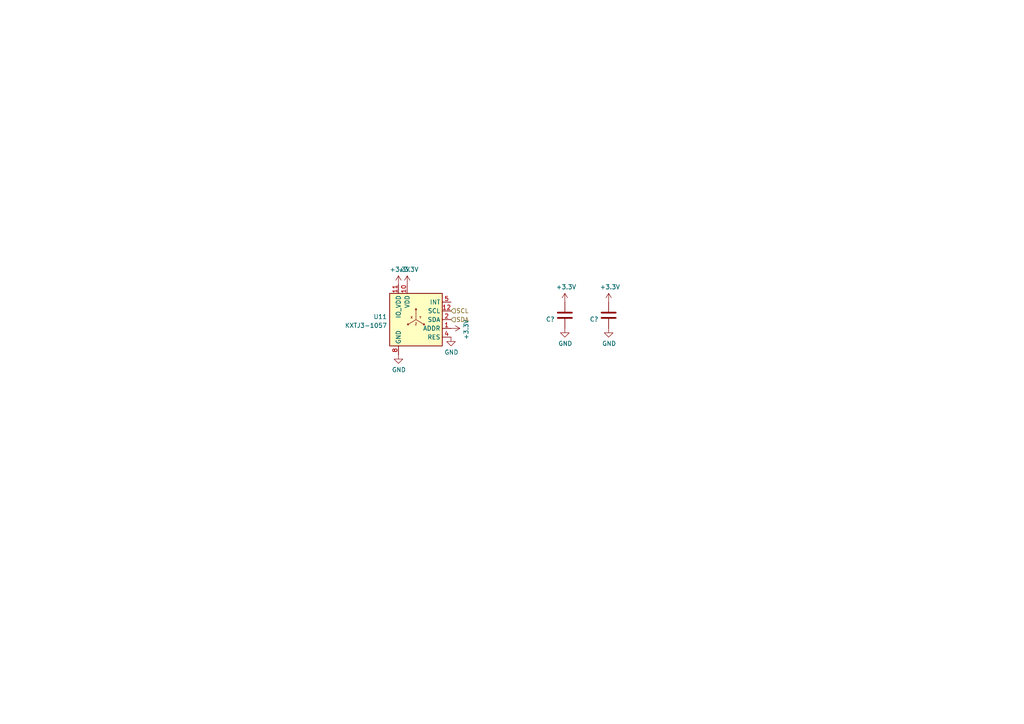
<source format=kicad_sch>
(kicad_sch (version 20211123) (generator eeschema)
  (paper "A4")
  (lib_symbols
    (symbol "Device:C" (pin_numbers hide) (pin_names (offset 0.254))
      (property "Reference" "C" (at 0.635 2.54 0))
      (property "Value" "C" (at 0.635 -2.54 0))
      (symbol "C_0_1"
        (polyline (pts (xy -2.032 -0.762) (xy 2.032 -0.762)) (stroke (width 0.508)))
        (polyline (pts (xy -2.032 0.762) (xy 2.032 0.762)) (stroke (width 0.508)))
      )
      (symbol "C_1_1"
        (pin passive line (at 0 3.81 270) (length 2.794) (name "~") (number "1"))
        (pin passive line (at 0 -3.81 90) (length 2.794) (name "~") (number "2"))
      )
    )
    (symbol "Sensor_Motion:KXTJ3-1057"
      (property "Reference" "U" (at -1.27 11.43 0))
      (property "Value" "KXTJ3-1057" (at -1.27 8.89 0))
      (symbol "KXTJ3-1057_0_0"
        (text "X" (at -1.27 0.635 0) (effects (font (size 0.635 0.635) bold)))
        (text "Y" (at 1.27 0.635 0) (effects (font (size 0.635 0.635) bold)))
        (text "Z" (at 0 -1.27 0) (effects (font (size 0.635 0.635) bold)))
      )
      (symbol "KXTJ3-1057_0_1"
        (rectangle (start -7.62 7.62) (end 7.62 -7.62) (stroke (width 0.254)) (fill (type background)))
        (polyline (pts (xy 0 0) (xy 0 3.302) (xy 0.254 2.794) (xy 0 3.302) (xy -0.254 2.794) (xy 0 3.302) (xy 0 0) (xy 2.54 -1.524) (xy 2.286 -1.016) (xy 2.54 -1.524) (xy 2.032 -1.524) (xy 2.54 -1.524) (xy 0 0) (xy -2.54 -1.524) (xy -2.286 -1.016) (xy -2.54 -1.524) (xy -2.032 -1.524)))
      )
      (symbol "KXTJ3-1057_1_1"
        (pin input line (at 10.16 -2.54 180) (length 2.54) (name "ADDR") (number "1"))
        (pin power_in line (at -2.54 10.16 270) (length 2.54) (name "VDD") (number "10"))
        (pin power_in line (at -5.08 10.16 270) (length 2.54) (name "IO_VDD") (number "11"))
        (pin input line (at 10.16 2.54 180) (length 2.54) (name "SCL") (number "12"))
        (pin bidirectional line (at 10.16 0 180) (length 2.54) (name "SDA") (number "2"))
        (pin passive line (at -5.08 10.16 270) (length 2.54) hide (name "IO_VDD") (number "3"))
        (pin passive line (at 10.16 -5.08 180) (length 2.54) (name "RES") (number "4"))
        (pin output line (at 10.16 5.08 180) (length 2.54) (name "INT") (number "5"))
        (pin passive line (at -5.08 -10.16 90) (length 2.54) hide (name "GND") (number "6"))
        (pin passive line (at -2.54 10.16 270) (length 2.54) hide (name "VDD") (number "7"))
        (pin power_in line (at -5.08 -10.16 90) (length 2.54) (name "GND") (number "8"))
        (pin passive line (at -5.08 -10.16 90) (length 2.54) hide (name "GND") (number "9"))
      )
    )
    (symbol "power:+3.3V" (power) (pin_names (offset 0))
      (property "Value" "+3.3V" (at 0 3.556 0))
      (symbol "+3.3V_0_1"
        (polyline (pts (xy -0.762 1.27) (xy 0 2.54)))
        (polyline (pts (xy 0 0) (xy 0 2.54)))
        (polyline (pts (xy 0 2.54) (xy 0.762 1.27)))
      )
      (symbol "+3.3V_1_1"
        (pin power_in line (at 0 0 90) (length 0) hide (name "+3.3V") (number "1"))
      )
    )
    (symbol "power:GND" (power) (pin_names (offset 0))
      (property "Value" "GND" (at 0 -3.81 0))
      (symbol "GND_0_1"
        (polyline (pts (xy 0 0) (xy 0 -1.27) (xy 1.27 -1.27) (xy 0 -2.54) (xy -1.27 -1.27) (xy 0 -1.27)))
      )
      (symbol "GND_1_1"
        (pin power_in line (at 0 0 270) (length 0) hide (name "GND") (number "1"))
      )
    )
  )
  (hierarchical_label "SCL" (shape input) (at 130.81 90.17 0))
  (hierarchical_label "SDA" (shape input) (at 130.81 92.71 0))
  (symbol (lib_id "power:GND") (at 163.83 95.25 0) (unit 1)
    (property "Reference" "#PWR?" (effects hide))
  )
  (symbol (lib_id "Device:C") (at 163.83 91.44 0) (unit 1)
    (property "Reference" "C?" (at 160.909 92.6084 0) (effects (justify right)))
  )
  (symbol (lib_id "power:+3.3V") (at 163.83 87.63 0) (unit 1)
    (property "Reference" "#PWR0191" (effects hide))
  )
  (symbol (lib_id "power:GND") (at 176.53 95.25 0) (unit 1)
    (property "Reference" "#PWR?" (effects hide))
  )
  (symbol (lib_id "Device:C") (at 176.53 91.44 0) (unit 1)
    (property "Reference" "C?" (at 173.609 92.6084 0) (effects (justify right)))
  )
  (symbol (lib_id "power:+3.3V") (at 176.53 87.63 0) (unit 1)
    (property "Reference" "#PWR0241" (effects hide))
  )
  (symbol (lib_id "power:+3.3V") (at 118.11 82.55 0) (unit 1)
    (property "Reference" "#PWR0190" (effects hide))
    (property "Value" "+3.3V" (at 118.491 78.1558 0))
  )
  (symbol (lib_id "power:+3.3V") (at 130.81 95.25 270) (unit 1)
    (property "Reference" "#PWR0189" (effects hide))
    (property "Value" "+3.3V" (at 135.2042 95.631 0))
  )
  (symbol (lib_id "power:GND") (at 130.81 97.79 0) (unit 1)
    (property "Reference" "#PWR0251" (effects hide))
    (property "Value" "GND" (at 130.937 102.1842 0))
  )
  (symbol (lib_id "power:+3.3V") (at 115.57 82.55 0) (unit 1)
    (property "Reference" "#PWR0187" (effects hide))
    (property "Value" "+3.3V" (at 115.951 78.1558 0))
  )
  (symbol (lib_id "Sensor_Motion:KXTJ3-1057") (at 120.65 92.71 0) (unit 1)
    (property "Reference" "U11" (at 112.268 91.8753 0) (effects (justify right)))
    (property "Value" "KXTJ3-1057" (at 112.268 94.4122 0) (effects (justify right)))
    (property "Footprint" "Package_LGA:Kionix_LGA-12_2x2mm_P0.5mm_LayoutBorder2x4y" (effects hide))
    (property "Datasheet" "http://kionixfs.kionix.com/en/datasheet/KXTJ3-1057-Specifications-Rev-5.0.pdf" (effects hide))
  )
  (symbol (lib_id "power:GND") (at 115.57 102.87 0) (unit 1)
    (property "Reference" "#PWR0188" (effects hide))
    (property "Value" "GND" (at 115.697 107.2642 0))
  )
)
</source>
